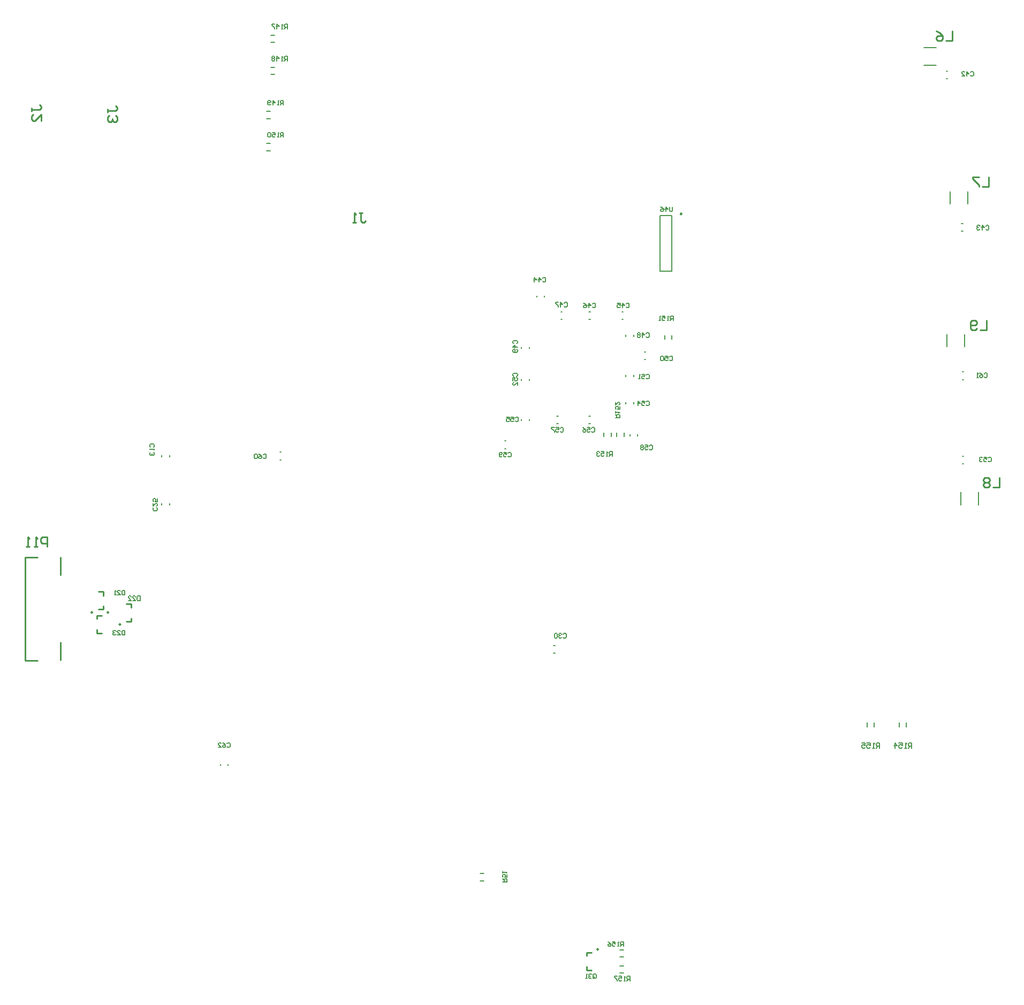
<source format=gbo>
G04 Layer_Color=32896*
%FSAX44Y44*%
%MOMM*%
G71*
G01*
G75*
%ADD54C,0.2540*%
%ADD109C,0.2500*%
%ADD110C,0.2000*%
%ADD114C,0.1270*%
D54*
X01455420Y00342900D02*
G03*
X01455420Y00342900I-00001270J00000000D01*
G01*
X00680720Y00876300D02*
G03*
X00680720Y00876300I-00001270J00000000D01*
G01*
X00655320D02*
G03*
X00655320Y00876300I-00001270J00000000D01*
G01*
X00699770Y00857250D02*
G03*
X00699770Y00857250I-00001270J00000000D01*
G01*
X01436370Y00309880D02*
X01443990D01*
X01436370D02*
Y00316230D01*
Y00332740D02*
Y00337820D01*
X01443990D01*
X00661670Y00871220D02*
X00669290D01*
X00661670Y00866140D02*
Y00871220D01*
Y00843280D02*
Y00849630D01*
Y00843280D02*
X00669290D01*
X00664210Y00881380D02*
X00671830D01*
Y00886460D01*
Y00902970D02*
Y00909320D01*
X00664210D02*
X00671830D01*
X00548640Y00800100D02*
X00567690D01*
X00548640D02*
Y00963930D01*
X00567690D01*
X00604520Y00935990D02*
Y00963930D01*
Y00801370D02*
Y00829310D01*
X00708660Y00862330D02*
X00716280D01*
Y00867410D01*
Y00883920D02*
Y00890270D01*
X00708660D02*
X00716280D01*
X02068830Y01338575D02*
Y01323340D01*
X02058673D01*
X02053595Y01325879D02*
X02051056Y01323340D01*
X02045977D01*
X02043438Y01325879D01*
Y01336036D01*
X02045977Y01338575D01*
X02051056D01*
X02053595Y01336036D01*
Y01333497D01*
X02051056Y01330957D01*
X02043438D01*
X02089150Y01089655D02*
Y01074420D01*
X02078993D01*
X02073915Y01087116D02*
X02071376Y01089655D01*
X02066297D01*
X02063758Y01087116D01*
Y01084577D01*
X02066297Y01082038D01*
X02063758Y01079498D01*
Y01076959D01*
X02066297Y01074420D01*
X02071376D01*
X02073915Y01076959D01*
Y01079498D01*
X02071376Y01082038D01*
X02073915Y01084577D01*
Y01087116D01*
X02071376Y01082038D02*
X02066297D01*
X02072640Y01565905D02*
Y01550670D01*
X02062483D01*
X02057405Y01565905D02*
X02047248D01*
Y01563366D01*
X02057405Y01553209D01*
Y01550670D01*
X02014728Y01797045D02*
Y01781810D01*
X02004571D01*
X01989336Y01797045D02*
X01994415Y01794506D01*
X01999493Y01789427D01*
Y01784349D01*
X01996954Y01781810D01*
X01991875D01*
X01989336Y01784349D01*
Y01786888D01*
X01991875Y01789427D01*
X01999493D01*
X00582930Y00980440D02*
Y00995675D01*
X00575312D01*
X00572773Y00993136D01*
Y00988057D01*
X00575312Y00985518D01*
X00582930D01*
X00567695Y00980440D02*
X00562617D01*
X00565156D01*
Y00995675D01*
X00567695Y00993136D01*
X00554999Y00980440D02*
X00549921D01*
X00552460D01*
Y00995675D01*
X00554999Y00993136D01*
X01076963Y01508755D02*
X01082042D01*
X01079502D01*
Y01496059D01*
X01082042Y01493520D01*
X01084581D01*
X01087120Y01496059D01*
X01071885Y01493520D02*
X01066807D01*
X01069346D01*
Y01508755D01*
X01071885Y01506216D01*
X00558424Y01669418D02*
Y01674497D01*
Y01671958D01*
X00571120D01*
X00573659Y01674497D01*
Y01677036D01*
X00571120Y01679575D01*
X00573659Y01654183D02*
Y01664340D01*
X00563502Y01654183D01*
X00560963D01*
X00558424Y01656722D01*
Y01661801D01*
X00560963Y01664340D01*
X00679074Y01668148D02*
Y01673227D01*
Y01670688D01*
X00691770D01*
X00694309Y01673227D01*
Y01675766D01*
X00691770Y01678305D01*
X00681613Y01663070D02*
X00679074Y01660531D01*
Y01655452D01*
X00681613Y01652913D01*
X00684152D01*
X00686692Y01655452D01*
Y01657992D01*
Y01655452D01*
X00689231Y01652913D01*
X00691770D01*
X00694309Y01655452D01*
Y01660531D01*
X00691770Y01663070D01*
D109*
X01587350Y01507100D02*
G03*
X01587350Y01507100I-00001250J00000000D01*
G01*
D110*
X02039600Y01522890D02*
Y01542890D01*
X02011700Y01522890D02*
Y01542890D01*
X02034520Y01296830D02*
Y01316830D01*
X02006620Y01296830D02*
Y01316830D01*
X02028210Y01046640D02*
Y01066640D01*
X02056110Y01046640D02*
Y01066640D01*
X01969930Y01742460D02*
X01989930D01*
X01969930Y01770360D02*
X01989930D01*
X01553100Y01416500D02*
X01571100D01*
X01553100Y01504500D02*
X01571100D01*
X01553100Y01416500D02*
Y01504500D01*
X01571100Y01416500D02*
Y01504500D01*
X00869850Y00634000D02*
Y00636000D01*
X00857350Y00634000D02*
Y00636000D01*
X01333600Y01243600D02*
Y01245600D01*
X01346100Y01243600D02*
Y01245600D01*
Y01294400D02*
Y01296400D01*
X01333600Y01294400D02*
Y01296400D01*
X01370230Y01375680D02*
Y01377680D01*
X01357730Y01375680D02*
Y01377680D01*
X01307100Y01147980D02*
X01309100D01*
X01307100Y01135480D02*
X01309100D01*
X01396000Y01339950D02*
X01398000D01*
X01396000Y01352450D02*
X01398000D01*
X01440450Y01339950D02*
X01442450D01*
X01440450Y01352450D02*
X01442450D01*
X01492520Y01339950D02*
X01494520D01*
X01492520Y01352450D02*
X01494520D01*
X01511200Y01313450D02*
Y01315450D01*
X01498700Y01313450D02*
Y01315450D01*
Y01249950D02*
Y01251950D01*
X01511200Y01249950D02*
Y01251950D01*
X01528080Y01288950D02*
X01530080D01*
X01528080Y01276450D02*
X01530080D01*
X01511200Y01206770D02*
Y01208770D01*
X01498700Y01206770D02*
Y01208770D01*
X01505050Y01155970D02*
Y01157970D01*
X01517550Y01155970D02*
Y01157970D01*
X01440450Y01187350D02*
X01442450D01*
X01440450Y01174850D02*
X01442450D01*
X01389650Y01187350D02*
X01391650D01*
X01389650Y01174850D02*
X01391650D01*
X01346100Y01180100D02*
Y01182100D01*
X01333600Y01180100D02*
Y01182100D01*
X00951500Y01117700D02*
X00953500D01*
X00951500Y01130200D02*
X00953500D01*
X02005600Y01720950D02*
X02007600D01*
X02005600Y01733450D02*
X02007600D01*
X02029730Y01479650D02*
X02031730D01*
X02029730Y01492150D02*
X02031730D01*
X02031000Y01111350D02*
X02033000D01*
X02031000Y01123850D02*
X02033000D01*
X02031000Y01244700D02*
X02033000D01*
X02031000Y01257200D02*
X02033000D01*
X00930450Y01669450D02*
X00936450D01*
X00930450Y01657950D02*
X00936450D01*
X00936800Y01778600D02*
X00942800D01*
X00936800Y01790100D02*
X00942800D01*
X00930450Y01618650D02*
X00936450D01*
X00930450Y01607150D02*
X00936450D01*
X00936800Y01727800D02*
X00942800D01*
X00936800Y01739300D02*
X00942800D01*
X01880200Y00695500D02*
Y00701500D01*
X01891700Y00695500D02*
Y00701500D01*
X01931000Y00695500D02*
Y00701500D01*
X01942500Y00695500D02*
Y00701500D01*
X01489250Y00305400D02*
X01495250D01*
X01489250Y00316900D02*
X01495250D01*
X01475650Y01154650D02*
Y01160650D01*
X01464150Y01154650D02*
Y01160650D01*
X01495650Y01154650D02*
Y01160650D01*
X01484150Y01154650D02*
Y01160650D01*
X01571660Y01308910D02*
Y01314910D01*
X01560160Y01308910D02*
Y01314910D01*
X01489250Y00342300D02*
X01495250D01*
X01489250Y00330800D02*
X01495250D01*
X00777140Y01122950D02*
Y01124950D01*
X00764640Y01122950D02*
Y01124950D01*
Y01046750D02*
Y01048750D01*
X00777140Y01046750D02*
Y01048750D01*
X01268270Y00451450D02*
X01274270D01*
X01268270Y00462950D02*
X01274270D01*
X01384570Y00811630D02*
X01386570D01*
X01384570Y00824130D02*
X01386570D01*
D114*
X01572260Y01518298D02*
Y01512466D01*
X01571094Y01511300D01*
X01568761D01*
X01567595Y01512466D01*
Y01518298D01*
X01561763Y01511300D02*
Y01518298D01*
X01565262Y01514799D01*
X01560597D01*
X01553599Y01518298D02*
X01555932Y01517132D01*
X01558264Y01514799D01*
Y01512466D01*
X01557098Y01511300D01*
X01554766D01*
X01553599Y01512466D01*
Y01513633D01*
X01554766Y01514799D01*
X01558264D01*
X01494790Y00347980D02*
Y00354978D01*
X01491291D01*
X01490125Y00353811D01*
Y00351479D01*
X01491291Y00350313D01*
X01494790D01*
X01492457D02*
X01490125Y00347980D01*
X01487792D02*
X01485460D01*
X01486626D01*
Y00354978D01*
X01487792Y00353811D01*
X01477296Y00354978D02*
X01481961D01*
Y00351479D01*
X01479628Y00352645D01*
X01478462D01*
X01477296Y00351479D01*
Y00349146D01*
X01478462Y00347980D01*
X01480795D01*
X01481961Y00349146D01*
X01470298Y00354978D02*
X01472630Y00353811D01*
X01474963Y00351479D01*
Y00349146D01*
X01473797Y00347980D01*
X01471464D01*
X01470298Y00349146D01*
Y00350313D01*
X01471464Y00351479D01*
X01474963D01*
X02065435Y01254241D02*
X02066601Y01255408D01*
X02068934D01*
X02070100Y01254241D01*
Y01249576D01*
X02068934Y01248410D01*
X02066601D01*
X02065435Y01249576D01*
X02058437Y01255408D02*
X02060770Y01254241D01*
X02063102Y01251909D01*
Y01249576D01*
X02061936Y01248410D01*
X02059603D01*
X02058437Y01249576D01*
Y01250743D01*
X02059603Y01251909D01*
X02063102D01*
X02056104Y01248410D02*
X02053772D01*
X02054938D01*
Y01255408D01*
X02056104Y01254241D01*
X02071785Y01120891D02*
X02072951Y01122058D01*
X02075284D01*
X02076450Y01120891D01*
Y01116226D01*
X02075284Y01115060D01*
X02072951D01*
X02071785Y01116226D01*
X02064787Y01122058D02*
X02069452D01*
Y01118559D01*
X02067120Y01119725D01*
X02065953D01*
X02064787Y01118559D01*
Y01116226D01*
X02065953Y01115060D01*
X02068286D01*
X02069452Y01116226D01*
X02062455Y01120891D02*
X02061288Y01122058D01*
X02058956D01*
X02057789Y01120891D01*
Y01119725D01*
X02058956Y01118559D01*
X02060122D01*
X02058956D01*
X02057789Y01117393D01*
Y01116226D01*
X02058956Y01115060D01*
X02061288D01*
X02062455Y01116226D01*
X02067975Y01487921D02*
X02069141Y01489088D01*
X02071474D01*
X02072640Y01487921D01*
Y01483256D01*
X02071474Y01482090D01*
X02069141D01*
X02067975Y01483256D01*
X02062143Y01482090D02*
Y01489088D01*
X02065642Y01485589D01*
X02060977D01*
X02058645Y01487921D02*
X02057478Y01489088D01*
X02055146D01*
X02053979Y01487921D01*
Y01486755D01*
X02055146Y01485589D01*
X02056312D01*
X02055146D01*
X02053979Y01484423D01*
Y01483256D01*
X02055146Y01482090D01*
X02057478D01*
X02058645Y01483256D01*
X02043845Y01731211D02*
X02045011Y01732378D01*
X02047344D01*
X02048510Y01731211D01*
Y01726546D01*
X02047344Y01725380D01*
X02045011D01*
X02043845Y01726546D01*
X02038013Y01725380D02*
Y01732378D01*
X02041512Y01728879D01*
X02036847D01*
X02029849Y01725380D02*
X02034514D01*
X02029849Y01730045D01*
Y01731211D01*
X02031016Y01732378D01*
X02033348D01*
X02034514Y01731211D01*
X01573530Y01338580D02*
Y01345578D01*
X01570031D01*
X01568865Y01344411D01*
Y01342079D01*
X01570031Y01340913D01*
X01573530D01*
X01571197D02*
X01568865Y01338580D01*
X01566532D02*
X01564200D01*
X01565366D01*
Y01345578D01*
X01566532Y01344411D01*
X01556036Y01345578D02*
X01560701D01*
Y01342079D01*
X01558368Y01343245D01*
X01557202D01*
X01556036Y01342079D01*
Y01339746D01*
X01557202Y01338580D01*
X01559534D01*
X01560701Y01339746D01*
X01553703Y01338580D02*
X01551371D01*
X01552537D01*
Y01345578D01*
X01553703Y01344411D01*
X01482090Y01184910D02*
X01489088D01*
Y01188409D01*
X01487921Y01189575D01*
X01485589D01*
X01484423Y01188409D01*
Y01184910D01*
Y01187243D02*
X01482090Y01189575D01*
Y01191908D02*
Y01194240D01*
Y01193074D01*
X01489088D01*
X01487921Y01191908D01*
X01489088Y01202404D02*
Y01197739D01*
X01485589D01*
X01486755Y01200072D01*
Y01201238D01*
X01485589Y01202404D01*
X01483256D01*
X01482090Y01201238D01*
Y01198905D01*
X01483256Y01197739D01*
X01482090Y01209402D02*
Y01204737D01*
X01486755Y01209402D01*
X01487921D01*
X01489088Y01208236D01*
Y01205903D01*
X01487921Y01204737D01*
X01477010Y01123950D02*
Y01130948D01*
X01473511D01*
X01472345Y01129781D01*
Y01127449D01*
X01473511Y01126283D01*
X01477010D01*
X01474677D02*
X01472345Y01123950D01*
X01470012D02*
X01467680D01*
X01468846D01*
Y01130948D01*
X01470012Y01129781D01*
X01459516Y01130948D02*
X01464181D01*
Y01127449D01*
X01461848Y01128615D01*
X01460682D01*
X01459516Y01127449D01*
Y01125116D01*
X01460682Y01123950D01*
X01463015D01*
X01464181Y01125116D01*
X01457183Y01129781D02*
X01456017Y01130948D01*
X01453684D01*
X01452518Y01129781D01*
Y01128615D01*
X01453684Y01127449D01*
X01454850D01*
X01453684D01*
X01452518Y01126283D01*
Y01125116D01*
X01453684Y01123950D01*
X01456017D01*
X01457183Y01125116D01*
X00924975Y01125972D02*
X00926141Y01127138D01*
X00928474D01*
X00929640Y01125972D01*
Y01121306D01*
X00928474Y01120140D01*
X00926141D01*
X00924975Y01121306D01*
X00917977Y01127138D02*
X00920310Y01125972D01*
X00922642Y01123639D01*
Y01121306D01*
X00921476Y01120140D01*
X00919143D01*
X00917977Y01121306D01*
Y01122473D01*
X00919143Y01123639D01*
X00922642D01*
X00915645Y01125972D02*
X00914478Y01127138D01*
X00912146D01*
X00910979Y01125972D01*
Y01121306D01*
X00912146Y01120140D01*
X00914478D01*
X00915645Y01121306D01*
Y01125972D01*
X01323755Y01184391D02*
X01324921Y01185558D01*
X01327254D01*
X01328420Y01184391D01*
Y01179726D01*
X01327254Y01178560D01*
X01324921D01*
X01323755Y01179726D01*
X01316757Y01185558D02*
X01321422D01*
Y01182059D01*
X01319090Y01183225D01*
X01317923D01*
X01316757Y01182059D01*
Y01179726D01*
X01317923Y01178560D01*
X01320256D01*
X01321422Y01179726D01*
X01309759Y01185558D02*
X01314424D01*
Y01182059D01*
X01312092Y01183225D01*
X01310926D01*
X01309759Y01182059D01*
Y01179726D01*
X01310926Y01178560D01*
X01313258D01*
X01314424Y01179726D01*
X01394875Y01167881D02*
X01396041Y01169048D01*
X01398374D01*
X01399540Y01167881D01*
Y01163216D01*
X01398374Y01162050D01*
X01396041D01*
X01394875Y01163216D01*
X01387877Y01169048D02*
X01392542D01*
Y01165549D01*
X01390210Y01166715D01*
X01389043D01*
X01387877Y01165549D01*
Y01163216D01*
X01389043Y01162050D01*
X01391376D01*
X01392542Y01163216D01*
X01385544Y01169048D02*
X01380879D01*
Y01167881D01*
X01385544Y01163216D01*
Y01162050D01*
X01444405Y01167881D02*
X01445571Y01169048D01*
X01447904D01*
X01449070Y01167881D01*
Y01163216D01*
X01447904Y01162050D01*
X01445571D01*
X01444405Y01163216D01*
X01437407Y01169048D02*
X01442072D01*
Y01165549D01*
X01439740Y01166715D01*
X01438573D01*
X01437407Y01165549D01*
Y01163216D01*
X01438573Y01162050D01*
X01440906D01*
X01442072Y01163216D01*
X01430409Y01169048D02*
X01432742Y01167881D01*
X01435074Y01165549D01*
Y01163216D01*
X01433908Y01162050D01*
X01431576D01*
X01430409Y01163216D01*
Y01164383D01*
X01431576Y01165549D01*
X01435074D01*
X01535845Y01139941D02*
X01537011Y01141108D01*
X01539344D01*
X01540510Y01139941D01*
Y01135276D01*
X01539344Y01134110D01*
X01537011D01*
X01535845Y01135276D01*
X01528847Y01141108D02*
X01533512D01*
Y01137609D01*
X01531180Y01138775D01*
X01530013D01*
X01528847Y01137609D01*
Y01135276D01*
X01530013Y01134110D01*
X01532346D01*
X01533512Y01135276D01*
X01526514Y01139941D02*
X01525348Y01141108D01*
X01523016D01*
X01521849Y01139941D01*
Y01138775D01*
X01523016Y01137609D01*
X01521849Y01136443D01*
Y01135276D01*
X01523016Y01134110D01*
X01525348D01*
X01526514Y01135276D01*
Y01136443D01*
X01525348Y01137609D01*
X01526514Y01138775D01*
Y01139941D01*
X01525348Y01137609D02*
X01523016D01*
X01530765Y01209791D02*
X01531931Y01210958D01*
X01534264D01*
X01535430Y01209791D01*
Y01205126D01*
X01534264Y01203960D01*
X01531931D01*
X01530765Y01205126D01*
X01523767Y01210958D02*
X01528432D01*
Y01207459D01*
X01526100Y01208625D01*
X01524933D01*
X01523767Y01207459D01*
Y01205126D01*
X01524933Y01203960D01*
X01527266D01*
X01528432Y01205126D01*
X01517936Y01203960D02*
Y01210958D01*
X01521434Y01207459D01*
X01516769D01*
X01567595Y01280912D02*
X01568761Y01282078D01*
X01571094D01*
X01572260Y01280912D01*
Y01276246D01*
X01571094Y01275080D01*
X01568761D01*
X01567595Y01276246D01*
X01560597Y01282078D02*
X01565262D01*
Y01278579D01*
X01562930Y01279745D01*
X01561763D01*
X01560597Y01278579D01*
Y01276246D01*
X01561763Y01275080D01*
X01564096D01*
X01565262Y01276246D01*
X01558264Y01280912D02*
X01557098Y01282078D01*
X01554766D01*
X01553599Y01280912D01*
Y01276246D01*
X01554766Y01275080D01*
X01557098D01*
X01558264Y01276246D01*
Y01280912D01*
X01530765Y01251982D02*
X01531931Y01253148D01*
X01534264D01*
X01535430Y01251982D01*
Y01247316D01*
X01534264Y01246150D01*
X01531931D01*
X01530765Y01247316D01*
X01523767Y01253148D02*
X01528432D01*
Y01249649D01*
X01526100Y01250815D01*
X01524933D01*
X01523767Y01249649D01*
Y01247316D01*
X01524933Y01246150D01*
X01527266D01*
X01528432Y01247316D01*
X01521434Y01246150D02*
X01519102D01*
X01520268D01*
Y01253148D01*
X01521434Y01251982D01*
X01530765Y01317742D02*
X01531931Y01318908D01*
X01534264D01*
X01535430Y01317742D01*
Y01313076D01*
X01534264Y01311910D01*
X01531931D01*
X01530765Y01313076D01*
X01524933Y01311910D02*
Y01318908D01*
X01528432Y01315409D01*
X01523767D01*
X01521434Y01317742D02*
X01520268Y01318908D01*
X01517936D01*
X01516769Y01317742D01*
Y01316575D01*
X01517936Y01315409D01*
X01516769Y01314243D01*
Y01313076D01*
X01517936Y01311910D01*
X01520268D01*
X01521434Y01313076D01*
Y01314243D01*
X01520268Y01315409D01*
X01521434Y01316575D01*
Y01317742D01*
X01520268Y01315409D02*
X01517936D01*
X01499015Y01364731D02*
X01500181Y01365898D01*
X01502514D01*
X01503680Y01364731D01*
Y01360066D01*
X01502514Y01358900D01*
X01500181D01*
X01499015Y01360066D01*
X01493183Y01358900D02*
Y01365898D01*
X01496682Y01362399D01*
X01492017D01*
X01485019Y01365898D02*
X01489684D01*
Y01362399D01*
X01487352Y01363565D01*
X01486186D01*
X01485019Y01362399D01*
Y01360066D01*
X01486186Y01358900D01*
X01488518D01*
X01489684Y01360066D01*
X01445675Y01364731D02*
X01446841Y01365898D01*
X01449174D01*
X01450340Y01364731D01*
Y01360066D01*
X01449174Y01358900D01*
X01446841D01*
X01445675Y01360066D01*
X01439843Y01358900D02*
Y01365898D01*
X01443342Y01362399D01*
X01438677D01*
X01431679Y01365898D02*
X01434012Y01364731D01*
X01436344Y01362399D01*
Y01360066D01*
X01435178Y01358900D01*
X01432846D01*
X01431679Y01360066D01*
Y01361233D01*
X01432846Y01362399D01*
X01436344D01*
X01401225Y01366001D02*
X01402391Y01367168D01*
X01404724D01*
X01405890Y01366001D01*
Y01361336D01*
X01404724Y01360170D01*
X01402391D01*
X01401225Y01361336D01*
X01395393Y01360170D02*
Y01367168D01*
X01398892Y01363669D01*
X01394227D01*
X01391895Y01367168D02*
X01387229D01*
Y01366001D01*
X01391895Y01361336D01*
Y01360170D01*
X01312325Y01128512D02*
X01313491Y01129678D01*
X01315824D01*
X01316990Y01128512D01*
Y01123846D01*
X01315824Y01122680D01*
X01313491D01*
X01312325Y01123846D01*
X01305327Y01129678D02*
X01309992D01*
Y01126179D01*
X01307660Y01127345D01*
X01306493D01*
X01305327Y01126179D01*
Y01123846D01*
X01306493Y01122680D01*
X01308826D01*
X01309992Y01123846D01*
X01302995D02*
X01301828Y01122680D01*
X01299496D01*
X01298329Y01123846D01*
Y01128512D01*
X01299496Y01129678D01*
X01301828D01*
X01302995Y01128512D01*
Y01127345D01*
X01301828Y01126179D01*
X01298329D01*
X01366935Y01405372D02*
X01368101Y01406538D01*
X01370434D01*
X01371600Y01405372D01*
Y01400706D01*
X01370434Y01399540D01*
X01368101D01*
X01366935Y01400706D01*
X01361103Y01399540D02*
Y01406538D01*
X01364602Y01403039D01*
X01359937D01*
X01354106Y01399540D02*
Y01406538D01*
X01357605Y01403039D01*
X01352939D01*
X01321319Y01302165D02*
X01320152Y01303331D01*
Y01305664D01*
X01321319Y01306830D01*
X01325984D01*
X01327150Y01305664D01*
Y01303331D01*
X01325984Y01302165D01*
X01327150Y01296333D02*
X01320152D01*
X01323651Y01299832D01*
Y01295167D01*
X01325984Y01292834D02*
X01327150Y01291668D01*
Y01289336D01*
X01325984Y01288169D01*
X01321319D01*
X01320152Y01289336D01*
Y01291668D01*
X01321319Y01292834D01*
X01322485D01*
X01323651Y01291668D01*
Y01288169D01*
X00730250Y00902348D02*
Y00895350D01*
X00726751D01*
X00725585Y00896516D01*
Y00901181D01*
X00726751Y00902348D01*
X00730250D01*
X00718587Y00895350D02*
X00723252D01*
X00718587Y00900015D01*
Y00901181D01*
X00719753Y00902348D01*
X00722086D01*
X00723252Y00901181D01*
X00711589Y00895350D02*
X00716255D01*
X00711589Y00900015D01*
Y00901181D01*
X00712756Y00902348D01*
X00715088D01*
X00716255Y00901181D01*
X00706120Y00911238D02*
Y00904240D01*
X00702621D01*
X00701455Y00905406D01*
Y00910071D01*
X00702621Y00911238D01*
X00706120D01*
X00694457Y00904240D02*
X00699122D01*
X00694457Y00908905D01*
Y00910071D01*
X00695623Y00911238D01*
X00697956D01*
X00699122Y00910071D01*
X00692124Y00904240D02*
X00689792D01*
X00690958D01*
Y00911238D01*
X00692124Y00910071D01*
X00706120Y00847738D02*
Y00840740D01*
X00702621D01*
X00701455Y00841906D01*
Y00846572D01*
X00702621Y00847738D01*
X00706120D01*
X00694457Y00840740D02*
X00699122D01*
X00694457Y00845405D01*
Y00846572D01*
X00695623Y00847738D01*
X00697956D01*
X00699122Y00846572D01*
X00692124D02*
X00690958Y00847738D01*
X00688626D01*
X00687459Y00846572D01*
Y00845405D01*
X00688626Y00844239D01*
X00689792D01*
X00688626D01*
X00687459Y00843073D01*
Y00841906D01*
X00688626Y00840740D01*
X00690958D01*
X00692124Y00841906D01*
X01321319Y01250095D02*
X01320152Y01251261D01*
Y01253594D01*
X01321319Y01254760D01*
X01325984D01*
X01327150Y01253594D01*
Y01251261D01*
X01325984Y01250095D01*
X01320152Y01243097D02*
Y01247762D01*
X01323651D01*
X01322485Y01245430D01*
Y01244263D01*
X01323651Y01243097D01*
X01325984D01*
X01327150Y01244263D01*
Y01246596D01*
X01325984Y01247762D01*
X01327150Y01236099D02*
Y01240764D01*
X01322485Y01236099D01*
X01321319D01*
X01320152Y01237266D01*
Y01239598D01*
X01321319Y01240764D01*
X01504950Y00293370D02*
Y00300368D01*
X01501451D01*
X01500285Y00299202D01*
Y00296869D01*
X01501451Y00295703D01*
X01504950D01*
X01502617D02*
X01500285Y00293370D01*
X01497952D02*
X01495620D01*
X01496786D01*
Y00300368D01*
X01497952Y00299202D01*
X01487456Y00300368D02*
X01492121D01*
Y00296869D01*
X01489788Y00298035D01*
X01488622D01*
X01487456Y00296869D01*
Y00294536D01*
X01488622Y00293370D01*
X01490954D01*
X01492121Y00294536D01*
X01485123Y00300368D02*
X01480458D01*
Y00299202D01*
X01485123Y00294536D01*
Y00293370D01*
X01446945Y00298346D02*
Y00303011D01*
X01448111Y00304178D01*
X01450444D01*
X01451610Y00303011D01*
Y00298346D01*
X01450444Y00297180D01*
X01448111D01*
X01449277Y00299513D02*
X01446945Y00297180D01*
X01448111D02*
X01446945Y00298346D01*
X01444612Y00303011D02*
X01443446Y00304178D01*
X01441113D01*
X01439947Y00303011D01*
Y00301845D01*
X01441113Y00300679D01*
X01442280D01*
X01441113D01*
X01439947Y00299513D01*
Y00298346D01*
X01441113Y00297180D01*
X01443446D01*
X01444612Y00298346D01*
X01437614Y00297180D02*
X01435282D01*
X01436448D01*
Y00304178D01*
X01437614Y00303011D01*
X00867825Y00668518D02*
X00868991Y00669684D01*
X00871324D01*
X00872490Y00668518D01*
Y00663852D01*
X00871324Y00662686D01*
X00868991D01*
X00867825Y00663852D01*
X00860827Y00669684D02*
X00863160Y00668518D01*
X00865492Y00666185D01*
Y00663852D01*
X00864326Y00662686D01*
X00861993D01*
X00860827Y00663852D01*
Y00665019D01*
X00861993Y00666185D01*
X00865492D01*
X00853829Y00662686D02*
X00858494D01*
X00853829Y00667351D01*
Y00668518D01*
X00854996Y00669684D01*
X00857328D01*
X00858494Y00668518D01*
X01950720Y00661670D02*
Y00669667D01*
X01946721D01*
X01945388Y00668335D01*
Y00665669D01*
X01946721Y00664336D01*
X01950720D01*
X01948054D02*
X01945388Y00661670D01*
X01942723D02*
X01940057D01*
X01941390D01*
Y00669667D01*
X01942723Y00668335D01*
X01930726Y00669667D02*
X01936058D01*
Y00665669D01*
X01933392Y00667002D01*
X01932059D01*
X01930726Y00665669D01*
Y00663003D01*
X01932059Y00661670D01*
X01934725D01*
X01936058Y00663003D01*
X01924062Y00661670D02*
Y00669667D01*
X01928061Y00665669D01*
X01922729D01*
X01899920Y00661670D02*
Y00669667D01*
X01895921D01*
X01894588Y00668335D01*
Y00665669D01*
X01895921Y00664336D01*
X01899920D01*
X01897254D02*
X01894588Y00661670D01*
X01891923D02*
X01889257D01*
X01890590D01*
Y00669667D01*
X01891923Y00668335D01*
X01879926Y00669667D02*
X01885258D01*
Y00665669D01*
X01882592Y00667002D01*
X01881259D01*
X01879926Y00665669D01*
Y00663003D01*
X01881259Y00661670D01*
X01883925D01*
X01885258Y00663003D01*
X01871929Y00669667D02*
X01877261D01*
Y00665669D01*
X01874595Y00667002D01*
X01873262D01*
X01871929Y00665669D01*
Y00663003D01*
X01873262Y00661670D01*
X01875928D01*
X01877261Y00663003D01*
X00963168Y01749552D02*
Y01756550D01*
X00959669D01*
X00958503Y01755383D01*
Y01753051D01*
X00959669Y01751885D01*
X00963168D01*
X00960835D02*
X00958503Y01749552D01*
X00956170D02*
X00953838D01*
X00955004D01*
Y01756550D01*
X00956170Y01755383D01*
X00946840Y01749552D02*
Y01756550D01*
X00950339Y01753051D01*
X00945674D01*
X00943341Y01755383D02*
X00942175Y01756550D01*
X00939842D01*
X00938676Y01755383D01*
Y01754217D01*
X00939842Y01753051D01*
X00938676Y01751885D01*
Y01750718D01*
X00939842Y01749552D01*
X00942175D01*
X00943341Y01750718D01*
Y01751885D01*
X00942175Y01753051D01*
X00943341Y01754217D01*
Y01755383D01*
X00942175Y01753051D02*
X00939842D01*
X00956818Y01628902D02*
Y01635900D01*
X00953319D01*
X00952153Y01634733D01*
Y01632401D01*
X00953319Y01631235D01*
X00956818D01*
X00954485D02*
X00952153Y01628902D01*
X00949820D02*
X00947488D01*
X00948654D01*
Y01635900D01*
X00949820Y01634733D01*
X00939324Y01635900D02*
X00943989D01*
Y01632401D01*
X00941656Y01633567D01*
X00940490D01*
X00939324Y01632401D01*
Y01630068D01*
X00940490Y01628902D01*
X00942822D01*
X00943989Y01630068D01*
X00936991Y01634733D02*
X00935825Y01635900D01*
X00933492D01*
X00932326Y01634733D01*
Y01630068D01*
X00933492Y01628902D01*
X00935825D01*
X00936991Y01630068D01*
Y01634733D01*
X00963168Y01800352D02*
Y01807350D01*
X00959669D01*
X00958503Y01806183D01*
Y01803851D01*
X00959669Y01802685D01*
X00963168D01*
X00960835D02*
X00958503Y01800352D01*
X00956170D02*
X00953838D01*
X00955004D01*
Y01807350D01*
X00956170Y01806183D01*
X00946840Y01800352D02*
Y01807350D01*
X00950339Y01803851D01*
X00945674D01*
X00943341Y01807350D02*
X00938676D01*
Y01806183D01*
X00943341Y01801518D01*
Y01800352D01*
X00956818Y01679702D02*
Y01686700D01*
X00953319D01*
X00952153Y01685533D01*
Y01683201D01*
X00953319Y01682035D01*
X00956818D01*
X00954485D02*
X00952153Y01679702D01*
X00949820D02*
X00947488D01*
X00948654D01*
Y01686700D01*
X00949820Y01685533D01*
X00940490Y01679702D02*
Y01686700D01*
X00943989Y01683201D01*
X00939324D01*
X00936991Y01680868D02*
X00935825Y01679702D01*
X00933492D01*
X00932326Y01680868D01*
Y01685533D01*
X00933492Y01686700D01*
X00935825D01*
X00936991Y01685533D01*
Y01684367D01*
X00935825Y01683201D01*
X00932326D01*
X00746898Y01137954D02*
X00745731Y01139120D01*
Y01141453D01*
X00746898Y01142619D01*
X00751563D01*
X00752729Y01141453D01*
Y01139120D01*
X00751563Y01137954D01*
X00752729Y01135621D02*
Y01133289D01*
Y01134455D01*
X00745731D01*
X00746898Y01135621D01*
Y01129790D02*
X00745731Y01128624D01*
Y01126291D01*
X00746898Y01125125D01*
X00748064D01*
X00749230Y01126291D01*
Y01127457D01*
Y01126291D01*
X00750396Y01125125D01*
X00751563D01*
X00752729Y01126291D01*
Y01128624D01*
X00751563Y01129790D01*
X00756402Y01042255D02*
X00757568Y01041089D01*
Y01038756D01*
X00756402Y01037590D01*
X00751736D01*
X00750570Y01038756D01*
Y01041089D01*
X00751736Y01042255D01*
X00750570Y01049253D02*
Y01044588D01*
X00755235Y01049253D01*
X00756402D01*
X00757568Y01048087D01*
Y01045754D01*
X00756402Y01044588D01*
X00757568Y01056251D02*
Y01051585D01*
X00754069D01*
X00755235Y01053918D01*
Y01055084D01*
X00754069Y01056251D01*
X00751736D01*
X00750570Y01055084D01*
Y01052752D01*
X00751736Y01051585D01*
X01399574Y00841872D02*
X01400740Y00843039D01*
X01403073D01*
X01404239Y00841872D01*
Y00837207D01*
X01403073Y00836041D01*
X01400740D01*
X01399574Y00837207D01*
X01397241Y00841872D02*
X01396075Y00843039D01*
X01393742D01*
X01392576Y00841872D01*
Y00840706D01*
X01393742Y00839540D01*
X01394909D01*
X01393742D01*
X01392576Y00838374D01*
Y00837207D01*
X01393742Y00836041D01*
X01396075D01*
X01397241Y00837207D01*
X01390244Y00841872D02*
X01389077Y00843039D01*
X01386745D01*
X01385578Y00841872D01*
Y00837207D01*
X01386745Y00836041D01*
X01389077D01*
X01390244Y00837207D01*
Y00841872D01*
X01303655Y00449961D02*
X01310653D01*
Y00453460D01*
X01309487Y00454626D01*
X01307154D01*
X01305988Y00453460D01*
Y00449961D01*
Y00452294D02*
X01303655Y00454626D01*
X01310653Y00461624D02*
Y00456959D01*
X01307154D01*
X01308320Y00459291D01*
Y00460458D01*
X01307154Y00461624D01*
X01304821D01*
X01303655Y00460458D01*
Y00458125D01*
X01304821Y00456959D01*
X01303655Y00463956D02*
Y00466289D01*
Y00465123D01*
X01310653D01*
X01309487Y00463956D01*
M02*

</source>
